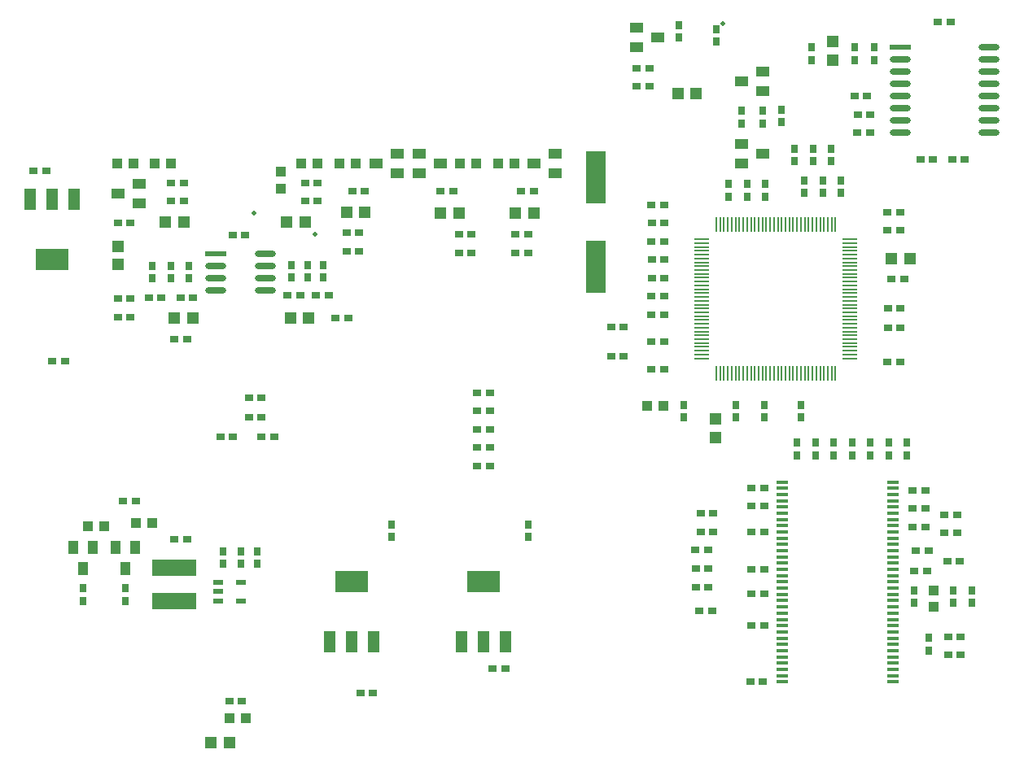
<source format=gtp>
%FSLAX25Y25*%
%MOIN*%
G70*
G01*
G75*
G04 Layer_Color=8421504*
%ADD10C,0.01969*%
%ADD11R,0.03543X0.03150*%
%ADD12R,0.03150X0.03543*%
%ADD13R,0.04724X0.08661*%
%ADD14R,0.13780X0.08661*%
%ADD15R,0.05512X0.03937*%
%ADD16R,0.03937X0.05512*%
%ADD17R,0.18110X0.07087*%
%ADD18O,0.00709X0.06299*%
%ADD19O,0.06299X0.00709*%
%ADD20O,0.04921X0.01575*%
%ADD21R,0.05118X0.04724*%
%ADD22R,0.04724X0.05118*%
%ADD23R,0.04331X0.03937*%
%ADD24R,0.03937X0.04331*%
%ADD25O,0.08661X0.02362*%
%ADD26R,0.08661X0.02362*%
%ADD27R,0.07874X0.21654*%
%ADD28R,0.03937X0.02362*%
%ADD29C,0.02000*%
%ADD30C,0.00600*%
%ADD31C,0.00787*%
%ADD32C,0.00700*%
%ADD33C,0.04000*%
%ADD34C,0.01000*%
%ADD35C,0.01500*%
%ADD36C,0.31032*%
%ADD37C,0.11024*%
%ADD38C,0.09449*%
%ADD39R,0.07874X0.11811*%
%ADD40O,0.05906X0.07087*%
%ADD41R,0.05906X0.07087*%
%ADD42O,0.05512X0.06693*%
%ADD43R,0.05512X0.06693*%
%ADD44O,0.06693X0.05512*%
%ADD45R,0.06693X0.05512*%
%ADD46C,0.06693*%
%ADD47C,0.03937*%
%ADD48O,0.11811X0.07000*%
%ADD49O,0.07000X0.11811*%
%ADD50C,0.02500*%
%ADD51C,0.08000*%
%ADD52C,0.00800*%
%ADD53C,0.00984*%
%ADD54C,0.02362*%
D10*
X4951427Y4517048D02*
D03*
X4759469Y4439489D02*
D03*
X4784369Y4430789D02*
D03*
D11*
X5045369Y4461189D02*
D03*
X5050487D02*
D03*
X5032351D02*
D03*
X5037469D02*
D03*
X5011887Y4479689D02*
D03*
X5006769D02*
D03*
X5011637Y4472189D02*
D03*
X5006519D02*
D03*
X5044737Y4517689D02*
D03*
X5039619D02*
D03*
X5010487Y4487189D02*
D03*
X5005369D02*
D03*
X4745732Y4347689D02*
D03*
X4750851D02*
D03*
X4762551Y4347589D02*
D03*
X4767669D02*
D03*
X4866558Y4423058D02*
D03*
X4871676D02*
D03*
X5034987Y4292689D02*
D03*
X5029869D02*
D03*
X4940351Y4293689D02*
D03*
X4945469D02*
D03*
X4843349Y4423058D02*
D03*
X4848467D02*
D03*
X4797388Y4423689D02*
D03*
X4802507D02*
D03*
X4703676Y4404209D02*
D03*
X4708794D02*
D03*
X4940251Y4301189D02*
D03*
X4945369D02*
D03*
X4921361Y4498689D02*
D03*
X4916243D02*
D03*
X4922351Y4435189D02*
D03*
X4927469D02*
D03*
X4942351Y4308689D02*
D03*
X4947469D02*
D03*
X4942351Y4316189D02*
D03*
X4947469D02*
D03*
X5034387Y4318189D02*
D03*
X5029269D02*
D03*
X5034369Y4310689D02*
D03*
X5029251D02*
D03*
X5047387Y4315689D02*
D03*
X5042269D02*
D03*
X5047387Y4308189D02*
D03*
X5042269D02*
D03*
X5048487Y4296689D02*
D03*
X5043369D02*
D03*
X4968387Y4270189D02*
D03*
X4963269D02*
D03*
X4778387Y4405689D02*
D03*
X4773269D02*
D03*
X4734487Y4404689D02*
D03*
X4729369D02*
D03*
X5048887Y4265689D02*
D03*
X5043769D02*
D03*
X5048887Y4258189D02*
D03*
X5043769D02*
D03*
X4940351Y4286139D02*
D03*
X4945469D02*
D03*
X4855969Y4358189D02*
D03*
X4850851D02*
D03*
Y4343189D02*
D03*
X4855969D02*
D03*
Y4350689D02*
D03*
X4850851D02*
D03*
X4780444Y4444189D02*
D03*
X4785562D02*
D03*
X4730680D02*
D03*
X4725562D02*
D03*
X4850851Y4335689D02*
D03*
X4855969D02*
D03*
X4785562Y4451689D02*
D03*
X4780444D02*
D03*
X4725562D02*
D03*
X4730680D02*
D03*
X4792851Y4396189D02*
D03*
X4797969D02*
D03*
X4732006Y4387689D02*
D03*
X4726888D02*
D03*
X4941851Y4276189D02*
D03*
X4946969D02*
D03*
X4910887Y4392689D02*
D03*
X4905769D02*
D03*
X4922351Y4420189D02*
D03*
X4927469D02*
D03*
X4922351Y4412689D02*
D03*
X4927469D02*
D03*
X4721587Y4404689D02*
D03*
X4716469D02*
D03*
X4871676Y4430689D02*
D03*
X4866558D02*
D03*
X4868920Y4448189D02*
D03*
X4874038D02*
D03*
X4848467Y4430689D02*
D03*
X4843349D02*
D03*
X4762487Y4355689D02*
D03*
X4757369D02*
D03*
X4762487Y4363689D02*
D03*
X4757369D02*
D03*
X5018851Y4378189D02*
D03*
X5023969D02*
D03*
X5019174Y4392189D02*
D03*
X5024292D02*
D03*
X5018933Y4432330D02*
D03*
X5024051D02*
D03*
X4927387Y4375189D02*
D03*
X4922269D02*
D03*
X5019174Y4400189D02*
D03*
X5024292D02*
D03*
X5018851Y4439689D02*
D03*
X5023969D02*
D03*
X4840987Y4448189D02*
D03*
X4835869D02*
D03*
X4910887Y4380689D02*
D03*
X4905769D02*
D03*
X4802507Y4431189D02*
D03*
X4797388D02*
D03*
X4799751Y4448189D02*
D03*
X4804869D02*
D03*
X4708794Y4396709D02*
D03*
X4703676D02*
D03*
X5020629Y4412189D02*
D03*
X5025747D02*
D03*
X4927387Y4397689D02*
D03*
X4922269D02*
D03*
X4927387Y4405189D02*
D03*
X4922269D02*
D03*
X4927387Y4427689D02*
D03*
X4922269D02*
D03*
X4927387Y4442689D02*
D03*
X4922269D02*
D03*
X4755878Y4430189D02*
D03*
X4750760D02*
D03*
X4921361Y4491189D02*
D03*
X4916243D02*
D03*
X4803151Y4242789D02*
D03*
X4808269D02*
D03*
X4927387Y4386689D02*
D03*
X4922269D02*
D03*
X4674387Y4456589D02*
D03*
X4669269D02*
D03*
X4705885Y4321189D02*
D03*
X4711002D02*
D03*
X4784851Y4405689D02*
D03*
X4789969D02*
D03*
X4731987Y4305689D02*
D03*
X4726869D02*
D03*
X4681987Y4378689D02*
D03*
X4676869D02*
D03*
X4968369Y4326689D02*
D03*
X4963251D02*
D03*
X4968369Y4319189D02*
D03*
X4963251D02*
D03*
X4968387Y4293307D02*
D03*
X4963269D02*
D03*
X4968387Y4308689D02*
D03*
X4963269D02*
D03*
X4968387Y4283189D02*
D03*
X4963269D02*
D03*
X4967869Y4247244D02*
D03*
X4962751D02*
D03*
X5030601Y4300984D02*
D03*
X5035719D02*
D03*
X4708794Y4435189D02*
D03*
X4703676D02*
D03*
X5029269Y4325689D02*
D03*
X5034387D02*
D03*
X4850851Y4365689D02*
D03*
X4855969D02*
D03*
X4754487Y4239189D02*
D03*
X4749369D02*
D03*
X4857251Y4252689D02*
D03*
X4862369D02*
D03*
D12*
X5013369Y4507257D02*
D03*
Y4502139D02*
D03*
X4992369Y4452707D02*
D03*
Y4447589D02*
D03*
X4981869Y4345207D02*
D03*
Y4340089D02*
D03*
X4989369Y4345207D02*
D03*
Y4340089D02*
D03*
X4996869Y4345207D02*
D03*
Y4340089D02*
D03*
X5004369Y4345207D02*
D03*
Y4340089D02*
D03*
X5011869Y4345207D02*
D03*
Y4340089D02*
D03*
X5019369Y4345207D02*
D03*
Y4340089D02*
D03*
X5026869Y4345207D02*
D03*
Y4340089D02*
D03*
X4988369Y4460671D02*
D03*
Y4465789D02*
D03*
X4995869Y4465707D02*
D03*
Y4460589D02*
D03*
X5053369Y4279689D02*
D03*
Y4284807D02*
D03*
X5045869D02*
D03*
Y4279689D02*
D03*
X4781369Y4417957D02*
D03*
Y4412839D02*
D03*
X4725378Y4417689D02*
D03*
Y4412571D02*
D03*
X5035869Y4265207D02*
D03*
Y4260089D02*
D03*
X4746869Y4295689D02*
D03*
Y4300807D02*
D03*
X4760869Y4295689D02*
D03*
Y4300807D02*
D03*
X4959207Y4481207D02*
D03*
Y4476089D02*
D03*
X4953869Y4451207D02*
D03*
Y4446089D02*
D03*
X4967869Y4481207D02*
D03*
Y4476089D02*
D03*
X4975369Y4481707D02*
D03*
Y4476589D02*
D03*
X4774869Y4417957D02*
D03*
Y4412839D02*
D03*
X4732869Y4412571D02*
D03*
Y4417689D02*
D03*
X4987869Y4502139D02*
D03*
Y4507257D02*
D03*
X4948869Y4509689D02*
D03*
Y4514807D02*
D03*
X4935369Y4360707D02*
D03*
Y4355589D02*
D03*
X4956869Y4360707D02*
D03*
Y4355589D02*
D03*
X4787869Y4417961D02*
D03*
Y4412843D02*
D03*
X4717869Y4417689D02*
D03*
Y4412571D02*
D03*
X4961369Y4446171D02*
D03*
Y4451289D02*
D03*
X4983444Y4360707D02*
D03*
Y4355589D02*
D03*
X4984869Y4447671D02*
D03*
Y4452789D02*
D03*
X4968369Y4360707D02*
D03*
Y4355589D02*
D03*
X4999869Y4452707D02*
D03*
Y4447589D02*
D03*
X4968869Y4446171D02*
D03*
Y4451289D02*
D03*
X4933369Y4511189D02*
D03*
Y4516307D02*
D03*
X4815869Y4306571D02*
D03*
Y4311689D02*
D03*
X5029869Y4284807D02*
D03*
Y4279689D02*
D03*
X5005369Y4502139D02*
D03*
Y4507257D02*
D03*
X4753995Y4300807D02*
D03*
Y4295689D02*
D03*
X4980869Y4460671D02*
D03*
Y4465789D02*
D03*
X4871869Y4306517D02*
D03*
Y4311636D02*
D03*
X4706869Y4285567D02*
D03*
Y4280449D02*
D03*
X4689369Y4285567D02*
D03*
Y4280449D02*
D03*
D13*
X4790314Y4263779D02*
D03*
X4799369D02*
D03*
X4808424D02*
D03*
X4685924Y4444894D02*
D03*
X4676869D02*
D03*
X4667813D02*
D03*
X4862424Y4263779D02*
D03*
X4853369D02*
D03*
X4844313D02*
D03*
D14*
X4799369Y4288189D02*
D03*
X4676869Y4420484D02*
D03*
X4853369Y4288189D02*
D03*
D15*
X4916243Y4515189D02*
D03*
Y4507189D02*
D03*
X4924904Y4511189D02*
D03*
X4959207Y4467689D02*
D03*
Y4459689D02*
D03*
X4967869Y4463689D02*
D03*
Y4489189D02*
D03*
Y4497189D02*
D03*
X4959207Y4493189D02*
D03*
X4874038Y4459689D02*
D03*
X4882700Y4463689D02*
D03*
Y4455689D02*
D03*
X4835869Y4459689D02*
D03*
X4827207Y4455689D02*
D03*
Y4463689D02*
D03*
X4809369Y4459689D02*
D03*
X4818030Y4463689D02*
D03*
Y4455689D02*
D03*
X4703676Y4447189D02*
D03*
X4712337Y4451189D02*
D03*
Y4443189D02*
D03*
D16*
X4689369Y4293795D02*
D03*
X4685369Y4302457D02*
D03*
X4693369D02*
D03*
X4706869Y4293795D02*
D03*
X4702869Y4302457D02*
D03*
X4710869D02*
D03*
D17*
X4726869Y4280449D02*
D03*
Y4294032D02*
D03*
D18*
X4948799Y4373779D02*
D03*
X4950373D02*
D03*
X4951948D02*
D03*
X4953523D02*
D03*
X4955098D02*
D03*
X4956673D02*
D03*
X4958248D02*
D03*
X4959822D02*
D03*
X4961397D02*
D03*
X4962972D02*
D03*
X4964547D02*
D03*
X4966122D02*
D03*
X4967696D02*
D03*
X4969271D02*
D03*
X4970846D02*
D03*
X4972421D02*
D03*
X4973996D02*
D03*
X4975570D02*
D03*
X4977145D02*
D03*
X4978720D02*
D03*
X4980295D02*
D03*
X4981870D02*
D03*
X4983444D02*
D03*
X4985019D02*
D03*
X4986594D02*
D03*
X4988169D02*
D03*
X4989743D02*
D03*
X4991319D02*
D03*
X4992893D02*
D03*
X4994468D02*
D03*
X4996043D02*
D03*
X4997618D02*
D03*
Y4434606D02*
D03*
X4996043D02*
D03*
X4994468D02*
D03*
X4992893D02*
D03*
X4991319D02*
D03*
X4989743D02*
D03*
X4988169D02*
D03*
X4986594D02*
D03*
X4985019D02*
D03*
X4983444D02*
D03*
X4981870D02*
D03*
X4980295D02*
D03*
X4978720D02*
D03*
X4977145D02*
D03*
X4975570D02*
D03*
X4973996D02*
D03*
X4972421D02*
D03*
X4970846D02*
D03*
X4969271D02*
D03*
X4967696D02*
D03*
X4966122D02*
D03*
X4964547D02*
D03*
X4962972D02*
D03*
X4961397D02*
D03*
X4959822D02*
D03*
X4958248D02*
D03*
X4956673D02*
D03*
X4955098D02*
D03*
X4953523D02*
D03*
X4951948D02*
D03*
X4950373D02*
D03*
X4948799D02*
D03*
D19*
X5003622Y4379783D02*
D03*
Y4381358D02*
D03*
Y4382933D02*
D03*
Y4384507D02*
D03*
Y4386082D02*
D03*
Y4387657D02*
D03*
Y4389232D02*
D03*
Y4390807D02*
D03*
Y4392382D02*
D03*
Y4393956D02*
D03*
Y4395531D02*
D03*
Y4397106D02*
D03*
Y4398681D02*
D03*
Y4400256D02*
D03*
Y4401830D02*
D03*
Y4403405D02*
D03*
Y4404980D02*
D03*
Y4406555D02*
D03*
Y4408130D02*
D03*
Y4409705D02*
D03*
Y4411279D02*
D03*
Y4412854D02*
D03*
Y4414429D02*
D03*
Y4416003D02*
D03*
Y4417579D02*
D03*
Y4419153D02*
D03*
Y4420728D02*
D03*
Y4422303D02*
D03*
Y4423878D02*
D03*
Y4425452D02*
D03*
Y4427027D02*
D03*
Y4428602D02*
D03*
X4942795D02*
D03*
Y4427027D02*
D03*
Y4425452D02*
D03*
Y4423878D02*
D03*
Y4422303D02*
D03*
Y4420728D02*
D03*
Y4419153D02*
D03*
Y4417579D02*
D03*
Y4416003D02*
D03*
Y4414429D02*
D03*
Y4412854D02*
D03*
Y4411279D02*
D03*
Y4409705D02*
D03*
Y4408130D02*
D03*
Y4406555D02*
D03*
Y4404980D02*
D03*
Y4403405D02*
D03*
Y4401830D02*
D03*
Y4400256D02*
D03*
Y4398681D02*
D03*
Y4397106D02*
D03*
Y4395531D02*
D03*
Y4393956D02*
D03*
Y4392382D02*
D03*
Y4390807D02*
D03*
Y4389232D02*
D03*
Y4387657D02*
D03*
Y4386082D02*
D03*
Y4384507D02*
D03*
Y4382933D02*
D03*
Y4381358D02*
D03*
Y4379783D02*
D03*
D20*
X4975632Y4329134D02*
D03*
X5021105Y4247244D02*
D03*
Y4249803D02*
D03*
Y4252362D02*
D03*
Y4254921D02*
D03*
Y4257480D02*
D03*
Y4260040D02*
D03*
Y4262598D02*
D03*
Y4265157D02*
D03*
Y4267717D02*
D03*
Y4270276D02*
D03*
Y4272835D02*
D03*
Y4275394D02*
D03*
Y4277953D02*
D03*
Y4280512D02*
D03*
Y4283071D02*
D03*
Y4285630D02*
D03*
Y4288189D02*
D03*
Y4290748D02*
D03*
Y4293307D02*
D03*
Y4295866D02*
D03*
Y4298425D02*
D03*
Y4300984D02*
D03*
Y4303543D02*
D03*
Y4306102D02*
D03*
Y4308662D02*
D03*
Y4311221D02*
D03*
Y4313779D02*
D03*
Y4316339D02*
D03*
Y4318898D02*
D03*
Y4321457D02*
D03*
Y4324016D02*
D03*
Y4326575D02*
D03*
Y4329134D02*
D03*
X4975632Y4247244D02*
D03*
Y4249803D02*
D03*
Y4252362D02*
D03*
Y4254921D02*
D03*
Y4257480D02*
D03*
Y4260040D02*
D03*
Y4262598D02*
D03*
Y4265157D02*
D03*
Y4267717D02*
D03*
Y4270276D02*
D03*
Y4272835D02*
D03*
Y4275394D02*
D03*
Y4277953D02*
D03*
Y4280512D02*
D03*
Y4283071D02*
D03*
Y4285630D02*
D03*
Y4288189D02*
D03*
Y4290748D02*
D03*
Y4293307D02*
D03*
Y4295866D02*
D03*
Y4298425D02*
D03*
Y4300984D02*
D03*
Y4303543D02*
D03*
Y4306102D02*
D03*
Y4308662D02*
D03*
Y4311221D02*
D03*
Y4313779D02*
D03*
Y4316339D02*
D03*
Y4318898D02*
D03*
Y4321457D02*
D03*
Y4324016D02*
D03*
Y4326575D02*
D03*
D21*
X4749369Y4222189D02*
D03*
X4741888D02*
D03*
X4874038Y4439189D02*
D03*
X4866558D02*
D03*
X4835869D02*
D03*
X4843349D02*
D03*
X4804869Y4439689D02*
D03*
X4797388D02*
D03*
X4940609Y4488189D02*
D03*
X4933129D02*
D03*
X5028109Y4420689D02*
D03*
X5020629D02*
D03*
X4781859Y4396189D02*
D03*
X4774379D02*
D03*
X4726888Y4396189D02*
D03*
X4734369D02*
D03*
X4772963Y4435689D02*
D03*
X4780444D02*
D03*
X4723199D02*
D03*
X4730680D02*
D03*
D22*
X4703676Y4425689D02*
D03*
Y4418209D02*
D03*
X4948369Y4347449D02*
D03*
Y4354929D02*
D03*
X4996369Y4502139D02*
D03*
Y4509619D02*
D03*
D23*
X4927215Y4360439D02*
D03*
X4920522D02*
D03*
X4850562Y4459689D02*
D03*
X4843869D02*
D03*
X4859369D02*
D03*
X4866062D02*
D03*
X4794369D02*
D03*
X4801062D02*
D03*
X4778869D02*
D03*
X4785562D02*
D03*
X4718869D02*
D03*
X4725562D02*
D03*
X4691426Y4311126D02*
D03*
X4698119D02*
D03*
X4717695Y4312189D02*
D03*
X4711002D02*
D03*
X4756062Y4232189D02*
D03*
X4749369D02*
D03*
X4710115Y4459689D02*
D03*
X4703422D02*
D03*
D24*
X4770369Y4456184D02*
D03*
Y4449491D02*
D03*
X5037869Y4284807D02*
D03*
Y4278114D02*
D03*
D25*
X4764180Y4407689D02*
D03*
Y4412689D02*
D03*
Y4417689D02*
D03*
Y4422689D02*
D03*
X4743707Y4407689D02*
D03*
Y4412689D02*
D03*
Y4417689D02*
D03*
X5024258Y4502189D02*
D03*
Y4497189D02*
D03*
Y4492189D02*
D03*
Y4487189D02*
D03*
Y4482189D02*
D03*
Y4477189D02*
D03*
Y4472189D02*
D03*
X5060479Y4507189D02*
D03*
Y4502189D02*
D03*
Y4497189D02*
D03*
Y4492189D02*
D03*
Y4487189D02*
D03*
Y4482189D02*
D03*
Y4477189D02*
D03*
Y4472189D02*
D03*
D26*
X4743707Y4422689D02*
D03*
X5024258Y4507189D02*
D03*
D27*
X4899369Y4454153D02*
D03*
Y4417225D02*
D03*
D28*
X4744743Y4287929D02*
D03*
Y4284189D02*
D03*
Y4280449D02*
D03*
X4753995D02*
D03*
Y4287929D02*
D03*
M02*

</source>
